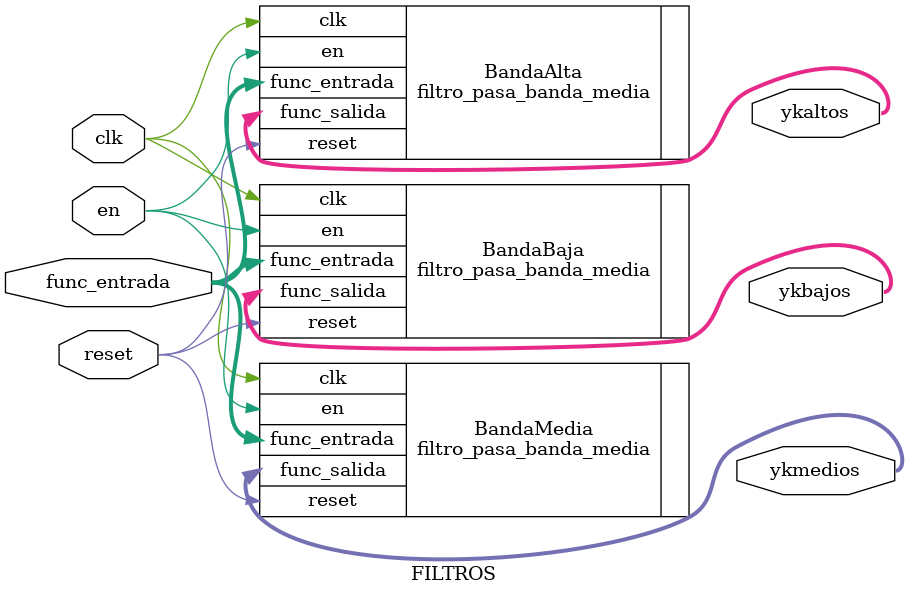
<source format=v>
`timescale 1ns / 1ps
module FILTROS#(parameter ancho = 25,signo=1,magnitud=8,fraccion=16) 

(input wire clk, reset, en,
 input wire signed [ancho-1:0]func_entrada,
 output wire signed [ancho-1:0]ykbajos,ykmedios,ykaltos
    );


 localparam [ancho-1:0]
 //Paso bajo

//200
a1_LP200=   25'b1111111100000101000111101, // -1.96    20'b00010000100011110110,
a2_LP200=   25'b0000000001111010111100011, // 0.9605  20'b11111010000111011000,
b0_LP200=   25'b0000000000000000000001101,  // 0.000199    
b1_LP200=   25'b0000000000000000000011010, // 0.0003979
b2_LP200=   25'b0000000000000000000001101,  // 0.000199
 

//5k

a1_LP5k=  25'b1111111101111011100001010, // -1.035*/   20'b00010000100011110110,
a2_LP5k=  25'b0000000000101111000101000, //  0.3678*/ 20'b11111010000111011000,
b0_LP5k=  25'b0000000000001010101001010, // 0.08316
b1_LP5k=  25'b0000000000010101010010011, //  0.1663
b2_LP5k=  25'b0000000000001010101001010, // 0.08316

//20k

a1_LP20k=  25'b0000000011001011101001100, // 1.591  */ 20'b11100110100010110100,
a2_LP20k=  25'b0000000001010100101100101, // 0.6617*/  20'b11110101011010011011,
b0_LP20k=  25'b0000000001101000000101110, // 0.8132
b1_LP20k=  25'b0000000011010000001000010, // 1.626
b2_LP20k=  25'b0000000001101000000101110, // 0.8132



//Paso Alto

//20

a1_HP20=  25'b1111111100000000100000110, // -1.996*/   20'b00011111111011111010,
a2_HP20=  25'b0000000001111111011111010, // 0.996*/    20'b11110000000100000110,
b0_HP20=  25'b0000000001111111101111101, // 0.998
b1_HP20=  25'b1111111100000000100000110, // -1.996
b2_HP20=  25'b0000000001111111101111101, // 0.998

//200

a1_HP200=  25'b1111111100000101000111101, //-1.96*/   20'b00011111010111000011,
a2_HP200=  25'b0000000001111010111100011, //0.9605*/  20'b11110000101000011101,
b0_HP200=  25'b0000000010000000000000000, //1
b1_HP200=  25'b1111111100000000000000000, //-2
b2_HP200=  25'b0000000010000000000000000,   //1

//5K

a1_HP5k=  25'b1111111101111011100001010, //-1.035*/  20'b00010000100011110110,
a2_HP5k=  25'b0000000000101111000101000, //0.3678*/  20'b11111010000111011000,
b0_HP5k=  25'b0000000001001100111000111, //0.6007
b1_HP5k=  25'b1111111101100110010001011, //-1.201
b2_HP5k=  25'b0000000001001100111000111; //0.6007



//banda baja 
filtro_pasa_banda_media #(.ancho(ancho),.signo(signo),.magnitud(magnitud),.fraccion(fraccion), 
.a1H(a1_HP20),.a2H(a2_HP20),.b0H(b0_HP20),.b1H(b1_HP20),.b2H(b2_HP20),
.a1B(a1_LP200),.a2B(a2_LP200),.b0B(b0_LP200),.b1B(b1_LP200),.b2B(b2_LP200)

) BandaBaja ( .clk(clk), .reset(reset), .en(en),.func_entrada(func_entrada),.func_salida(ykbajos));

//banda media

filtro_pasa_banda_media #(.ancho(ancho),.signo(signo),.magnitud(magnitud),.fraccion(fraccion), 
.a1H(a1_HP200),.a2H(a2_HP200),.b0H(b0_HP200),.b1H(b1_HP200),.b2H(b2_HP200),
.a1B(a1_LP5k),.a2B(a2_LP5k),.b0B(b0_LP5k),.b1B(b1_LP5k),.b2B(b2_LP5k)

) BandaMedia ( .clk(clk), .reset(reset), .en(en),.func_entrada(func_entrada),.func_salida(ykmedios));

//banda alta


filtro_pasa_banda_media #(.ancho(ancho),.signo(signo),.magnitud(magnitud),.fraccion(fraccion), 
.a1H(a1_HP5k),.a2H(a2_HP5k),.b0H(b0_HP5k),.b1H(b1_HP5k),.b2H(b2_HP5k),
.a1B(a1_LP20k),.a2B(a2_LP20k),.b0B(b0_LP20k),.b1B(b1_LP20k),.b2B(b2_LP20k)

) BandaAlta ( .clk(clk), .reset(reset), .en(en),.func_entrada(func_entrada),.func_salida(ykaltos));
 
 



endmodule

</source>
